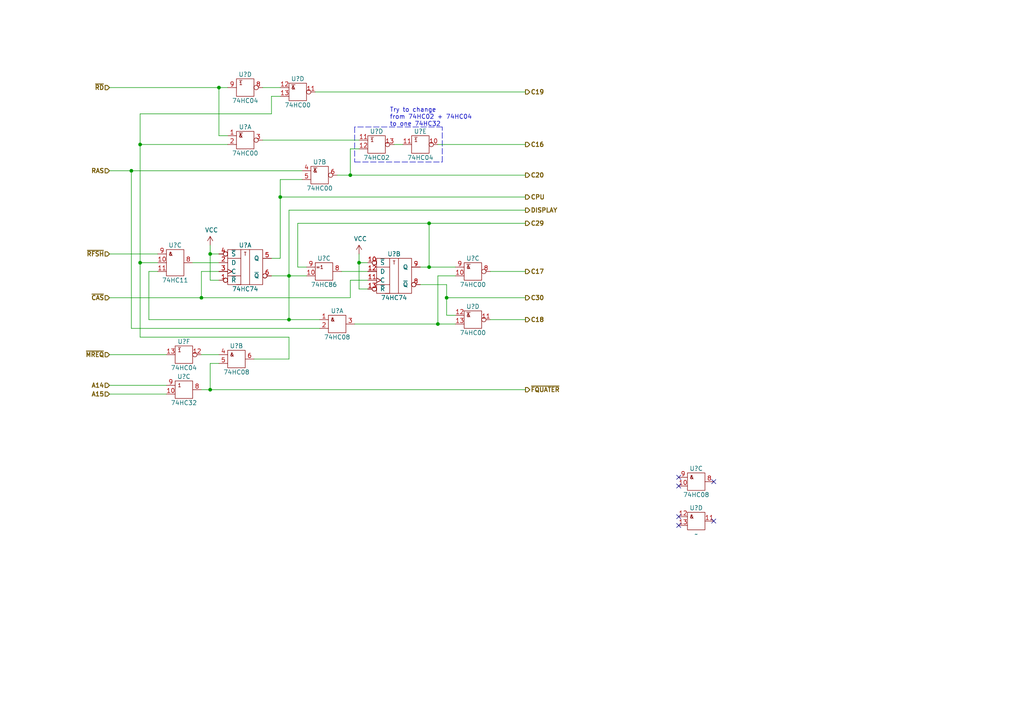
<source format=kicad_sch>
(kicad_sch (version 20211123) (generator eeschema)
  (paper "A4")
  (lib_symbols
    (symbol "74IEC:74HC00" (pin_names (offset 1.016) hide)
      (property "Reference" "U" (at 0 3.81 0))
      (property "Value" "74HC00" (at 0 -3.81 0))
      (symbol "74HC00_0_0"
        (rectangle (start -2.54 -2.54) (end 2.54 2.54))
        (text "~{&}" (at -1.27 1.27 0) (effects (font (size 1 1))))
      )
      (symbol "74HC00_0_1"
        (pin power_in line (at 2.54 2.54 180) (length 0) hide (name "VCC") (number "14"))
        (pin power_in line (at 2.54 -2.54 180) (length 0) hide (name "GND") (number "7"))
      )
      (symbol "74HC00_1_1"
        (pin input line (at -5.08 1.27 0) (length 2.54) (name "A") (number "1"))
        (pin input line (at -5.08 -1.27 0) (length 2.54) (name "B") (number "2"))
        (pin output inverted (at 5.08 0 180) (length 2.54) (name "~{Y}") (number "3"))
      )
      (symbol "74HC00_2_1"
        (pin input line (at -5.08 1.27 0) (length 2.54) (name "A") (number "4"))
        (pin input line (at -5.08 -1.27 0) (length 2.54) (name "B") (number "5"))
        (pin output inverted (at 5.08 0 180) (length 2.54) (name "~{Y}") (number "6"))
      )
      (symbol "74HC00_3_1"
        (pin input line (at -5.08 -1.27 0) (length 2.54) (name "B") (number "10"))
        (pin output inverted (at 5.08 0 180) (length 2.54) (name "~{Y}") (number "8"))
        (pin input line (at -5.08 1.27 0) (length 2.54) (name "A") (number "9"))
      )
      (symbol "74HC00_4_1"
        (pin output inverted (at 5.08 0 180) (length 2.54) (name "~{Y}") (number "11"))
        (pin input line (at -5.08 1.27 0) (length 2.54) (name "A") (number "12"))
        (pin input line (at -5.08 -1.27 0) (length 2.54) (name "B") (number "13"))
      )
    )
    (symbol "74IEC:74HC02" (pin_names (offset 1.016) hide)
      (property "Reference" "U" (at 0 3.81 0))
      (property "Value" "74HC02" (at 0 -3.81 0))
      (symbol "74HC02_0_0"
        (rectangle (start -2.54 -2.54) (end 2.54 2.54))
        (text "~{1}" (at -1.27 1.27 0) (effects (font (size 1 1))))
      )
      (symbol "74HC02_0_1"
        (pin power_in line (at 2.54 2.54 180) (length 0) hide (name "VCC") (number "14"))
        (pin power_in line (at 2.54 -2.54 180) (length 0) hide (name "GND") (number "7"))
      )
      (symbol "74HC02_1_1"
        (pin output inverted (at 5.08 0 180) (length 2.54) (name "~{Y}") (number "1"))
        (pin input line (at -5.08 1.27 0) (length 2.54) (name "A") (number "2"))
        (pin input line (at -5.08 -1.27 0) (length 2.54) (name "B") (number "3"))
      )
      (symbol "74HC02_2_1"
        (pin output inverted (at 5.08 0 180) (length 2.54) (name "~{Y}") (number "4"))
        (pin input line (at -5.08 1.27 0) (length 2.54) (name "A") (number "5"))
        (pin input line (at -5.08 -1.27 0) (length 2.54) (name "B") (number "6"))
      )
      (symbol "74HC02_3_1"
        (pin output inverted (at 5.08 0 180) (length 2.54) (name "~{Y}") (number "10"))
        (pin input line (at -5.08 1.27 0) (length 2.54) (name "A") (number "8"))
        (pin input line (at -5.08 -1.27 0) (length 2.54) (name "B") (number "9"))
      )
      (symbol "74HC02_4_1"
        (pin input line (at -5.08 1.27 0) (length 2.54) (name "A") (number "11"))
        (pin input line (at -5.08 -1.27 0) (length 2.54) (name "B") (number "12"))
        (pin output inverted (at 5.08 0 180) (length 2.54) (name "~{Y}") (number "13"))
      )
    )
    (symbol "74IEC:74HC04" (pin_names (offset 1.016) hide)
      (property "Reference" "U" (at 0 5.334 0))
      (property "Value" "74HC04" (at 0 -4.826 0))
      (symbol "74HC04_0_0"
        (rectangle (start -2.54 -2.54) (end 2.54 2.54))
        (text "~{1}" (at -1.27 1.27 0) (effects (font (size 1 1))))
      )
      (symbol "74HC04_0_1"
        (pin power_in line (at 2.54 2.54 180) (length 0) hide (name "VCC") (number "14"))
        (pin power_in line (at 2.54 -2.54 180) (length 0) hide (name "GND") (number "7"))
      )
      (symbol "74HC04_1_1"
        (pin input line (at -5.08 0 0) (length 2.54) (name "A") (number "1"))
        (pin output inverted (at 5.08 0 180) (length 2.54) (name "~{Y}") (number "2"))
      )
      (symbol "74HC04_2_1"
        (pin input line (at -5.08 0 0) (length 2.54) (name "A") (number "3"))
        (pin output inverted (at 5.08 0 180) (length 2.54) (name "~{Y}") (number "4"))
      )
      (symbol "74HC04_3_1"
        (pin input line (at -5.08 0 0) (length 2.54) (name "A") (number "5"))
        (pin output inverted (at 5.08 0 180) (length 2.54) (name "~{Y}") (number "6"))
      )
      (symbol "74HC04_4_1"
        (pin output inverted (at 5.08 0 180) (length 2.54) (name "~{Y}") (number "8"))
        (pin input line (at -5.08 0 0) (length 2.54) (name "A") (number "9"))
      )
      (symbol "74HC04_5_1"
        (pin output inverted (at 5.08 0 180) (length 2.54) (name "~{Y}") (number "10"))
        (pin input line (at -5.08 0 0) (length 2.54) (name "A") (number "11"))
      )
      (symbol "74HC04_6_1"
        (pin output inverted (at 5.08 0 180) (length 2.54) (name "~{Y}") (number "12"))
        (pin input line (at -5.08 0 0) (length 2.54) (name "A") (number "13"))
      )
    )
    (symbol "74IEC:74HC08" (pin_names (offset 1.016) hide)
      (property "Reference" "U" (at 0 3.81 0))
      (property "Value" "74HC08" (at 0 -3.81 0))
      (symbol "74HC08_0_0"
        (text "&" (at -1.27 1.27 0) (effects (font (size 1 1))))
      )
      (symbol "74HC08_0_1"
        (rectangle (start -2.54 -2.54) (end 2.54 2.54))
        (pin power_in line (at 2.54 2.54 180) (length 0) hide (name "VCC") (number "14"))
        (pin power_in line (at 2.54 -2.54 180) (length 0) hide (name "GND") (number "7"))
      )
      (symbol "74HC08_1_1"
        (pin input line (at -5.08 1.27 0) (length 2.54) (name "A") (number "1"))
        (pin input line (at -5.08 -1.27 0) (length 2.54) (name "B") (number "2"))
        (pin output line (at 5.08 0 180) (length 2.54) (name "~{Y}") (number "3"))
      )
      (symbol "74HC08_2_1"
        (pin input line (at -5.08 1.27 0) (length 2.54) (name "A") (number "4"))
        (pin input line (at -5.08 -1.27 0) (length 2.54) (name "B") (number "5"))
        (pin output line (at 5.08 0 180) (length 2.54) (name "~{Y}") (number "6"))
      )
      (symbol "74HC08_3_1"
        (pin input line (at -5.08 -1.27 0) (length 2.54) (name "B") (number "10"))
        (pin output line (at 5.08 0 180) (length 2.54) (name "~{Y}") (number "8"))
        (pin input line (at -5.08 1.27 0) (length 2.54) (name "A") (number "9"))
      )
      (symbol "74HC08_4_1"
        (pin output line (at 5.08 0 180) (length 2.54) (name "~{Y}") (number "11"))
        (pin input line (at -5.08 1.27 0) (length 2.54) (name "A") (number "12"))
        (pin input line (at -5.08 -1.27 0) (length 2.54) (name "B") (number "13"))
      )
    )
    (symbol "74IEC:74HC11" (pin_names (offset 1.016) hide)
      (property "Reference" "U" (at 0 5.08 0))
      (property "Value" "74HC11" (at 0 -5.08 0))
      (symbol "74HC11_0_0"
        (rectangle (start -2.54 -3.81) (end 2.54 3.81))
        (text "&" (at -1.27 2.54 0) (effects (font (size 1 1))))
      )
      (symbol "74HC11_0_1"
        (pin power_in line (at 2.54 3.81 180) (length 0) hide (name "VCC") (number "14"))
        (pin power_in line (at 2.54 -3.81 180) (length 0) hide (name "GND") (number "7"))
      )
      (symbol "74HC11_1_1"
        (pin input line (at -5.08 2.54 0) (length 2.54) (name "A") (number "1"))
        (pin output line (at 5.08 0 180) (length 2.54) (name "Y") (number "12"))
        (pin input line (at -5.08 -2.54 0) (length 2.54) (name "C") (number "13"))
        (pin input line (at -5.08 0 0) (length 2.54) (name "B") (number "2"))
      )
      (symbol "74HC11_2_1"
        (pin input line (at -5.08 2.54 0) (length 2.54) (name "A") (number "3"))
        (pin input line (at -5.08 0 0) (length 2.54) (name "B") (number "4"))
        (pin input line (at -5.08 -2.54 0) (length 2.54) (name "C") (number "5"))
        (pin output line (at 5.08 0 180) (length 2.54) (name "Y") (number "6"))
      )
      (symbol "74HC11_3_1"
        (pin input line (at -5.08 0 0) (length 2.54) (name "B") (number "10"))
        (pin input line (at -5.08 -2.54 0) (length 2.54) (name "C") (number "11"))
        (pin output line (at 5.08 0 180) (length 2.54) (name "Y") (number "8"))
        (pin input line (at -5.08 2.54 0) (length 2.54) (name "A") (number "9"))
      )
    )
    (symbol "74IEC:74HC32" (pin_names (offset 1.016) hide)
      (property "Reference" "U" (at 0 3.81 0))
      (property "Value" "74HC32" (at 0 -3.81 0))
      (symbol "74HC32_0_0"
        (text "1" (at -1.27 1.27 0) (effects (font (size 1 1))))
      )
      (symbol "74HC32_0_1"
        (rectangle (start -2.54 -2.54) (end 2.54 2.54))
        (pin power_in line (at 2.54 2.54 180) (length 0) hide (name "VCC") (number "14"))
        (pin power_in line (at 2.54 -2.54 180) (length 0) hide (name "GND") (number "7"))
      )
      (symbol "74HC32_1_1"
        (pin input line (at -5.08 1.27 0) (length 2.54) (name "A") (number "1"))
        (pin input line (at -5.08 -1.27 0) (length 2.54) (name "B") (number "2"))
        (pin output line (at 5.08 0 180) (length 2.54) (name "Y") (number "3"))
      )
      (symbol "74HC32_2_1"
        (pin input line (at -5.08 1.27 0) (length 2.54) (name "A") (number "4"))
        (pin input line (at -5.08 -1.27 0) (length 2.54) (name "B") (number "5"))
        (pin output line (at 5.08 0 180) (length 2.54) (name "Y") (number "6"))
      )
      (symbol "74HC32_3_1"
        (pin input line (at -5.08 -1.27 0) (length 2.54) (name "B") (number "10"))
        (pin output line (at 5.08 0 180) (length 2.54) (name "Y") (number "8"))
        (pin input line (at -5.08 1.27 0) (length 2.54) (name "A") (number "9"))
      )
      (symbol "74HC32_4_1"
        (pin output line (at 5.08 0 180) (length 2.54) (name "Y") (number "11"))
        (pin input line (at -5.08 1.27 0) (length 2.54) (name "A") (number "12"))
        (pin input line (at -5.08 -1.27 0) (length 2.54) (name "B") (number "13"))
      )
    )
    (symbol "74IEC:74HC74" (pin_names (offset 1.016))
      (property "Reference" "U" (at 0 6.35 0))
      (property "Value" "74HC74" (at 0 -6.35 0))
      (symbol "74HC74_0_0"
        (rectangle (start -5.08 5.08) (end 5.08 -5.08))
        (polyline (pts (xy -5.08 -2.54) (xy -1.27 -2.54)))
        (polyline (pts (xy -5.08 2.54) (xy -1.27 2.54)))
        (polyline (pts (xy 1.27 5.08) (xy 1.27 -5.08)))
        (polyline (pts (xy -2.54 -5.08) (xy -1.27 -5.08) (xy -1.27 5.08)))
        (text "T" (at 0 3.81 0) (effects (font (size 1 1))))
      )
      (symbol "74HC74_0_1"
        (pin power_in line (at 5.08 5.08 180) (length 0) hide (name "VCC") (number "14"))
        (pin power_in line (at 5.08 -5.08 180) (length 0) hide (name "GND") (number "7"))
      )
      (symbol "74HC74_1_1"
        (pin input inverted (at -7.62 -3.81 0) (length 2.54) (name "~{R}") (number "1"))
        (pin input line (at -7.62 1.27 0) (length 2.54) (name "D") (number "2"))
        (pin input clock (at -7.62 -1.27 0) (length 2.54) (name "C") (number "3"))
        (pin input inverted (at -7.62 3.81 0) (length 2.54) (name "~{S}") (number "4"))
        (pin output line (at 7.62 2.54 180) (length 2.54) (name "Q") (number "5"))
        (pin output inverted (at 7.62 -2.54 180) (length 2.54) (name "~{Q}") (number "6"))
      )
      (symbol "74HC74_2_1"
        (pin input inverted (at -7.62 3.81 0) (length 2.54) (name "~{S}") (number "10"))
        (pin input clock (at -7.62 -1.27 0) (length 2.54) (name "C") (number "11"))
        (pin input line (at -7.62 1.27 0) (length 2.54) (name "D") (number "12"))
        (pin input inverted (at -7.62 -3.81 0) (length 2.54) (name "~{R}") (number "13"))
        (pin output inverted (at 7.62 -2.54 180) (length 2.54) (name "~{Q}") (number "8"))
        (pin output line (at 7.62 2.54 180) (length 2.54) (name "Q") (number "9"))
      )
    )
    (symbol "74IEC:74HC86" (pin_names (offset 1.016) hide)
      (property "Reference" "U" (at 0 3.81 0))
      (property "Value" "74HC86" (at 0 -3.81 0))
      (symbol "74HC86_0_0"
        (text "=1" (at -1.27 1.27 0) (effects (font (size 1 1))))
      )
      (symbol "74HC86_0_1"
        (rectangle (start -2.54 -2.54) (end 2.54 2.54))
        (pin power_in line (at 2.54 2.54 180) (length 0) hide (name "VCC") (number "14"))
        (pin power_in line (at 2.54 -2.54 180) (length 0) hide (name "GND") (number "7"))
      )
      (symbol "74HC86_1_1"
        (pin input line (at -5.08 1.27 0) (length 2.54) (name "A") (number "1"))
        (pin input line (at -5.08 -1.27 0) (length 2.54) (name "B") (number "2"))
        (pin output line (at 5.08 0 180) (length 2.54) (name "Y") (number "3"))
      )
      (symbol "74HC86_2_1"
        (pin input line (at -5.08 1.27 0) (length 2.54) (name "A") (number "4"))
        (pin input line (at -5.08 -1.27 0) (length 2.54) (name "B") (number "5"))
        (pin output line (at 5.08 0 180) (length 2.54) (name "Y") (number "6"))
      )
      (symbol "74HC86_3_1"
        (pin input line (at -5.08 -1.27 0) (length 2.54) (name "B") (number "10"))
        (pin output line (at 5.08 0 180) (length 2.54) (name "Y") (number "8"))
        (pin input line (at -5.08 1.27 0) (length 2.54) (name "A") (number "9"))
      )
      (symbol "74HC86_4_1"
        (pin output line (at 5.08 0 180) (length 2.54) (name "Y") (number "11"))
        (pin input line (at -5.08 1.27 0) (length 2.54) (name "A") (number "12"))
        (pin input line (at -5.08 -1.27 0) (length 2.54) (name "B") (number "13"))
      )
    )
    (symbol "power:VCC" (power) (pin_names (offset 0))
      (property "Value" "VCC" (at 0 3.81 0))
      (symbol "VCC_0_1"
        (polyline (pts (xy -0.762 1.27) (xy 0 2.54)))
        (polyline (pts (xy 0 0) (xy 0 2.54)))
        (polyline (pts (xy 0 2.54) (xy 0.762 1.27)))
      )
      (symbol "VCC_1_1"
        (pin power_in line (at 0 0 90) (length 0) hide (name "VCC") (number "1"))
      )
    )
  )
  (junction (at 81.28 57.15))
  (junction (at 83.82 92.71))
  (junction (at 60.96 113.03))
  (junction (at 124.46 64.77))
  (junction (at 127 93.98))
  (junction (at 63.5 25.4))
  (junction (at 38.1 49.53))
  (junction (at 83.82 80.01))
  (junction (at 104.14 76.2))
  (junction (at 40.64 41.91))
  (junction (at 40.64 76.2))
  (junction (at 58.42 86.36))
  (junction (at 60.96 73.66))
  (junction (at 124.46 77.47))
  (junction (at 101.6 50.8))
  (junction (at 129.54 86.36))
  (no_connect (at 196.85 138.43))
  (no_connect (at 196.85 140.97))
  (no_connect (at 207.01 139.7))
  (no_connect (at 207.01 151.13))
  (no_connect (at 196.85 149.86))
  (no_connect (at 196.85 152.4))
  (wire (pts (xy 58.42 86.36) (xy 101.6 86.36)))
  (wire (pts (xy 91.44 26.67) (xy 152.4 26.67)))
  (wire (pts (xy 114.3 41.91) (xy 116.84 41.91)))
  (wire (pts (xy 60.96 73.66) (xy 63.5 73.66)))
  (wire (pts (xy 121.92 77.47) (xy 124.46 77.47)))
  (wire (pts (xy 127 80.01) (xy 127 93.98)))
  (wire (pts (xy 92.71 95.25) (xy 38.1 95.25)))
  (wire (pts (xy 101.6 81.28) (xy 101.6 86.36)))
  (wire (pts (xy 104.14 73.66) (xy 104.14 76.2)))
  (wire (pts (xy 40.64 41.91) (xy 66.04 41.91)))
  (wire (pts (xy 40.64 33.02) (xy 40.64 41.91)))
  (wire (pts (xy 43.18 92.71) (xy 43.18 78.74)))
  (wire (pts (xy 55.88 76.2) (xy 63.5 76.2)))
  (wire (pts (xy 104.14 43.18) (xy 101.6 43.18)))
  (wire (pts (xy 124.46 64.77) (xy 124.46 77.47)))
  (wire (pts (xy 48.26 102.87) (xy 31.75 102.87)))
  (wire (pts (xy 81.28 52.07) (xy 81.28 57.15)))
  (wire (pts (xy 83.82 80.01) (xy 83.82 60.96)))
  (wire (pts (xy 60.96 113.03) (xy 60.96 105.41)))
  (wire (pts (xy 38.1 49.53) (xy 31.75 49.53)))
  (wire (pts (xy 40.64 97.79) (xy 83.82 97.79)))
  (wire (pts (xy 31.75 25.4) (xy 63.5 25.4)))
  (wire (pts (xy 87.63 49.53) (xy 38.1 49.53)))
  (wire (pts (xy 40.64 76.2) (xy 40.64 97.79)))
  (wire (pts (xy 48.26 114.3) (xy 31.75 114.3)))
  (wire (pts (xy 121.92 82.55) (xy 129.54 82.55)))
  (wire (pts (xy 63.5 78.74) (xy 58.42 78.74)))
  (wire (pts (xy 78.74 80.01) (xy 83.82 80.01)))
  (wire (pts (xy 132.08 80.01) (xy 127 80.01)))
  (wire (pts (xy 38.1 95.25) (xy 38.1 49.53)))
  (polyline (pts (xy 128.27 46.99) (xy 128.27 36.83)))
  (wire (pts (xy 83.82 92.71) (xy 92.71 92.71)))
  (wire (pts (xy 76.2 40.64) (xy 104.14 40.64)))
  (wire (pts (xy 106.68 81.28) (xy 101.6 81.28)))
  (wire (pts (xy 83.82 80.01) (xy 83.82 92.71)))
  (wire (pts (xy 104.14 83.82) (xy 104.14 76.2)))
  (wire (pts (xy 104.14 76.2) (xy 106.68 76.2)))
  (wire (pts (xy 127 93.98) (xy 132.08 93.98)))
  (wire (pts (xy 142.24 92.71) (xy 152.4 92.71)))
  (wire (pts (xy 76.2 25.4) (xy 81.28 25.4)))
  (wire (pts (xy 127 41.91) (xy 152.4 41.91)))
  (wire (pts (xy 63.5 25.4) (xy 66.04 25.4)))
  (wire (pts (xy 101.6 43.18) (xy 101.6 50.8)))
  (wire (pts (xy 60.96 105.41) (xy 63.5 105.41)))
  (wire (pts (xy 83.82 97.79) (xy 83.82 104.14)))
  (wire (pts (xy 88.9 77.47) (xy 86.36 77.47)))
  (wire (pts (xy 101.6 50.8) (xy 152.4 50.8)))
  (wire (pts (xy 152.4 64.77) (xy 124.46 64.77)))
  (polyline (pts (xy 102.87 46.99) (xy 128.27 46.99)))
  (wire (pts (xy 86.36 64.77) (xy 124.46 64.77)))
  (wire (pts (xy 86.36 77.47) (xy 86.36 64.77)))
  (wire (pts (xy 88.9 80.01) (xy 83.82 80.01)))
  (polyline (pts (xy 128.27 36.83) (xy 102.87 36.83)))
  (wire (pts (xy 45.72 76.2) (xy 40.64 76.2)))
  (wire (pts (xy 63.5 81.28) (xy 60.96 81.28)))
  (wire (pts (xy 78.74 33.02) (xy 40.64 33.02)))
  (polyline (pts (xy 102.87 36.83) (xy 102.87 46.99)))
  (wire (pts (xy 60.96 113.03) (xy 58.42 113.03)))
  (wire (pts (xy 63.5 39.37) (xy 63.5 25.4)))
  (wire (pts (xy 124.46 77.47) (xy 132.08 77.47)))
  (wire (pts (xy 142.24 78.74) (xy 152.4 78.74)))
  (wire (pts (xy 58.42 102.87) (xy 63.5 102.87)))
  (wire (pts (xy 83.82 104.14) (xy 73.66 104.14)))
  (wire (pts (xy 106.68 83.82) (xy 104.14 83.82)))
  (wire (pts (xy 45.72 73.66) (xy 31.75 73.66)))
  (wire (pts (xy 60.96 71.12) (xy 60.96 73.66)))
  (wire (pts (xy 43.18 78.74) (xy 45.72 78.74)))
  (wire (pts (xy 58.42 78.74) (xy 58.42 86.36)))
  (wire (pts (xy 78.74 27.94) (xy 78.74 33.02)))
  (wire (pts (xy 99.06 78.74) (xy 106.68 78.74)))
  (wire (pts (xy 66.04 39.37) (xy 63.5 39.37)))
  (wire (pts (xy 152.4 113.03) (xy 60.96 113.03)))
  (wire (pts (xy 97.79 50.8) (xy 101.6 50.8)))
  (wire (pts (xy 152.4 57.15) (xy 81.28 57.15)))
  (wire (pts (xy 78.74 74.93) (xy 81.28 74.93)))
  (wire (pts (xy 102.87 93.98) (xy 127 93.98)))
  (wire (pts (xy 43.18 92.71) (xy 83.82 92.71)))
  (wire (pts (xy 60.96 81.28) (xy 60.96 73.66)))
  (wire (pts (xy 31.75 86.36) (xy 58.42 86.36)))
  (wire (pts (xy 129.54 91.44) (xy 132.08 91.44)))
  (wire (pts (xy 129.54 86.36) (xy 129.54 91.44)))
  (wire (pts (xy 129.54 86.36) (xy 152.4 86.36)))
  (wire (pts (xy 48.26 111.76) (xy 31.75 111.76)))
  (wire (pts (xy 81.28 57.15) (xy 81.28 74.93)))
  (wire (pts (xy 129.54 82.55) (xy 129.54 86.36)))
  (wire (pts (xy 87.63 52.07) (xy 81.28 52.07)))
  (wire (pts (xy 40.64 41.91) (xy 40.64 76.2)))
  (wire (pts (xy 81.28 27.94) (xy 78.74 27.94)))
  (wire (pts (xy 83.82 60.96) (xy 152.4 60.96)))
  (text "Try to change\nfrom 74HC02 + 74HC04\nto one 74HC32\n" (at 113.03 36.83 0) (effects (font (size 1.27 1.27)) (justify left bottom)))
  (hierarchical_label "~{CAS}" (shape input) (at 31.75 86.36 180) (effects (font (thickness 0.254) bold)))
  (hierarchical_label "A14" (shape input) (at 31.75 111.76 180) (effects (font (thickness 0.254) bold)))
  (hierarchical_label "~{RD}" (shape input) (at 31.75 25.4 180) (effects (font (thickness 0.254) bold)))
  (hierarchical_label "CPU" (shape output) (at 152.4 57.15 0) (effects (font (thickness 0.254) bold)))
  (hierarchical_label "C16" (shape output) (at 152.4 41.91 0) (effects (font (thickness 0.254) bold)))
  (hierarchical_label "~{MREQ}" (shape input) (at 31.75 102.87 180) (effects (font (thickness 0.254) bold)))
  (hierarchical_label "C29" (shape output) (at 152.4 64.77 0) (effects (font (thickness 0.254) bold)))
  (hierarchical_label "~{RFSH}" (shape input) (at 31.75 73.66 180) (effects (font (thickness 0.254) bold)))
  (hierarchical_label "C30" (shape output) (at 152.4 86.36 0) (effects (font (thickness 0.254) bold)))
  (hierarchical_label "~{FQUATER}" (shape output) (at 152.4 113.03 0) (effects (font (thickness 0.254) bold)))
  (hierarchical_label "A15" (shape input) (at 31.75 114.3 180) (effects (font (thickness 0.254) bold)))
  (hierarchical_label "C17" (shape output) (at 152.4 78.74 0) (effects (font (thickness 0.254) bold)))
  (hierarchical_label "DISPLAY" (shape output) (at 152.4 60.96 0) (effects (font (thickness 0.254) bold)))
  (hierarchical_label "C20" (shape output) (at 152.4 50.8 0) (effects (font (thickness 0.254) bold)))
  (hierarchical_label "C18" (shape output) (at 152.4 92.71 0) (effects (font (thickness 0.254) bold)))
  (hierarchical_label "C19" (shape output) (at 152.4 26.67 0) (effects (font (thickness 0.254) bold)))
  (hierarchical_label "RAS" (shape input) (at 31.75 49.53 180) (effects (font (thickness 0.254) bold)))
  (symbol (lib_id "74IEC:74HC04") (at 121.92 41.91 0) (unit 5)
    (property "Reference" "U?" (at 121.92 38.1 0))
    (property "Value" "74HC04" (at 121.92 45.72 0))
    (property "Footprint" "Package_DIP:DIP-14_W7.62mm" (effects hide))
    (property "Datasheet" "https://www.ti.com/lit/ug/scyd013b/scyd013b.pdf" (effects hide))
  )
  (symbol (lib_id "74IEC:74HC04") (at 53.34 102.87 0) (unit 6)
    (property "Reference" "U?" (at 53.34 99.06 0))
    (property "Value" "74HC04" (at 53.34 106.68 0))
    (property "Footprint" "Package_DIP:DIP-14_W7.62mm" (effects hide))
    (property "Datasheet" "https://www.ti.com/lit/ug/scyd013b/scyd013b.pdf" (effects hide))
  )
  (symbol (lib_id "74IEC:74HC00") (at 71.12 40.64 0) (unit 1)
    (property "Reference" "U?" (at 71.12 36.83 0))
    (property "Value" "74HC00" (at 71.12 44.45 0))
    (property "Footprint" "Package_DIP:DIP-14_W7.62mm" (effects hide))
    (property "Datasheet" "https://www.ti.com/lit/ds/symlink/sn7400.pdf" (effects hide))
  )
  (symbol (lib_id "74IEC:74HC00") (at 86.36 26.67 0) (unit 4)
    (property "Reference" "U?" (at 86.36 22.86 0))
    (property "Value" "74HC00" (at 86.36 30.48 0))
    (property "Footprint" "Package_DIP:DIP-14_W7.62mm" (effects hide))
    (property "Datasheet" "https://www.ti.com/lit/ds/symlink/sn7400.pdf" (effects hide))
  )
  (symbol (lib_id "74IEC:74HC00") (at 137.16 92.71 0) (unit 4)
    (property "Reference" "U?" (at 137.16 88.9 0))
    (property "Value" "74HC00" (at 137.16 96.52 0))
    (property "Footprint" "Package_DIP:DIP-14_W7.62mm" (effects hide))
    (property "Datasheet" "https://www.ti.com/lit/ds/symlink/sn7400.pdf" (effects hide))
  )
  (symbol (lib_id "74IEC:74HC00") (at 92.71 50.8 0) (unit 2)
    (property "Reference" "U?" (at 92.71 46.99 0))
    (property "Value" "74HC00" (at 92.71 54.61 0))
    (property "Footprint" "Package_DIP:DIP-14_W7.62mm" (effects hide))
    (property "Datasheet" "https://www.ti.com/lit/ds/symlink/sn7400.pdf" (effects hide))
  )
  (symbol (lib_id "74IEC:74HC00") (at 137.16 78.74 0) (unit 3)
    (property "Reference" "U?" (at 137.16 74.93 0))
    (property "Value" "74HC00" (at 137.16 82.55 0))
    (property "Footprint" "Package_DIP:DIP-14_W7.62mm" (effects hide))
    (property "Datasheet" "https://www.ti.com/lit/ds/symlink/sn7400.pdf" (effects hide))
  )
  (symbol (lib_id "74IEC:74HC02") (at 109.22 41.91 0) (unit 4)
    (property "Reference" "U?" (at 109.22 38.1 0))
    (property "Value" "74HC02" (at 109.22 45.72 0))
    (property "Footprint" "Package_DIP:DIP-14_W7.62mm" (effects hide))
    (property "Datasheet" "https://www.ti.com/lit/ug/scyd013b/scyd013b.pdf" (effects hide))
  )
  (symbol (lib_id "74IEC:74HC08") (at 68.58 104.14 0) (unit 2)
    (property "Reference" "U?" (at 68.58 100.33 0))
    (property "Value" "74HC08" (at 68.58 107.95 0))
    (property "Footprint" "Package_DIP:DIP-14_W7.62mm" (effects hide))
    (property "Datasheet" "https://www.ti.com/lit/ug/scyd013b/scyd013b.pdf" (effects hide))
  )
  (symbol (lib_id "74IEC:74HC08") (at 97.79 93.98 0) (unit 1)
    (property "Reference" "U?" (at 97.79 90.17 0))
    (property "Value" "74HC08" (at 97.79 97.79 0))
    (property "Footprint" "Package_DIP:DIP-14_W7.62mm" (effects hide))
    (property "Datasheet" "https://www.ti.com/lit/ug/scyd013b/scyd013b.pdf" (effects hide))
  )
  (symbol (lib_id "74IEC:74HC04") (at 71.12 25.4 0) (unit 4)
    (property "Reference" "U?" (at 71.12 21.59 0))
    (property "Value" "74HC04" (at 71.12 29.21 0))
    (property "Footprint" "Package_DIP:DIP-14_W7.62mm" (effects hide))
    (property "Datasheet" "https://www.ti.com/lit/ug/scyd013b/scyd013b.pdf" (effects hide))
  )
  (symbol (lib_id "74IEC:74HC86") (at 93.98 78.74 0) (unit 3)
    (property "Reference" "U?" (at 93.98 74.93 0))
    (property "Value" "74HC86" (at 93.98 82.55 0))
    (property "Footprint" "Package_DIP:DIP-14_W7.62mm" (effects hide))
    (property "Datasheet" "https://www.ti.com/lit/ug/scyd013b/scyd013b.pdf" (effects hide))
  )
  (symbol (lib_id "74IEC:74HC11") (at 50.8 76.2 0) (unit 3)
    (property "Reference" "U?" (at 50.8 71.12 0))
    (property "Value" "74HC11" (at 50.8 81.28 0))
    (property "Footprint" "Package_DIP:DIP-14_W7.62mm" (effects hide))
    (property "Datasheet" "https://www.ti.com/lit/ug/scyd013b/scyd013b.pdf" (effects hide))
  )
  (symbol (lib_id "74IEC:74HC32") (at 53.34 113.03 0) (unit 3)
    (property "Reference" "U?" (at 53.34 109.22 0))
    (property "Value" "74HC32" (at 53.34 116.84 0))
    (property "Footprint" "Package_DIP:DIP-14_W7.62mm" (effects hide))
    (property "Datasheet" "https://www.ti.com/lit/ug/scyd013b/scyd013b.pdf" (effects hide))
  )
  (symbol (lib_id "power:VCC") (at 60.96 71.12 0) (unit 1)
    (property "Reference" "#PWR?" (effects hide))
    (property "Value" "VCC" (at 61.341 66.7258 0))
  )
  (symbol (lib_id "power:VCC") (at 104.14 73.66 0) (unit 1)
    (property "Reference" "#PWR?" (effects hide))
    (property "Value" "VCC" (at 104.521 69.2658 0))
  )
  (symbol (lib_id "74IEC:74HC74") (at 71.12 77.47 0) (unit 1)
    (property "Reference" "U?" (at 71.12 71.12 0))
    (property "Value" "74HC74" (at 71.12 83.82 0))
    (property "Footprint" "Package_DIP:DIP-14_W7.62mm" (effects hide))
    (property "Datasheet" "https://www.ti.com/lit/ug/scyd013b/scyd013b.pdf" (effects hide))
  )
  (symbol (lib_id "74IEC:74HC74") (at 114.3 80.01 0) (unit 2)
    (property "Reference" "U?" (at 114.3 73.66 0))
    (property "Value" "74HC74" (at 114.3 86.36 0))
    (property "Footprint" "Package_DIP:DIP-14_W7.62mm" (effects hide))
    (property "Datasheet" "https://www.ti.com/lit/ug/scyd013b/scyd013b.pdf" (effects hide))
  )
  (symbol (lib_id "74IEC:74HC08") (at 201.93 139.7 0) (unit 3) (on_board no)
    (property "Reference" "U?" (at 201.93 135.89 0))
    (property "Value" "74HC08" (at 201.93 143.51 0))
    (property "Footprint" "Package_DIP:DIP-14_W7.62mm" (effects hide))
    (property "Datasheet" "https://www.ti.com/lit/ug/scyd013b/scyd013b.pdf" (effects hide))
  )
  (symbol (lib_id "74IEC:74HC08") (at 201.93 151.13 0) (unit 4) (on_board no)
    (property "Reference" "U?" (at 201.93 147.32 0))
    (property "Value" "~" (at 201.93 154.94 0))
    (property "Datasheet" "https://www.ti.com/lit/ug/scyd013b/scyd013b.pdf" (effects hide))
  )
)
</source>
